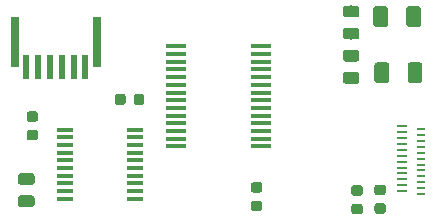
<source format=gtp>
G04 #@! TF.GenerationSoftware,KiCad,Pcbnew,(5.0.0)*
G04 #@! TF.CreationDate,2019-03-22T21:06:18+01:00*
G04 #@! TF.ProjectId,converterboard,636F6E766572746572626F6172642E6B,rev?*
G04 #@! TF.SameCoordinates,Original*
G04 #@! TF.FileFunction,Paste,Top*
G04 #@! TF.FilePolarity,Positive*
%FSLAX46Y46*%
G04 Gerber Fmt 4.6, Leading zero omitted, Abs format (unit mm)*
G04 Created by KiCad (PCBNEW (5.0.0)) date 03/22/19 21:06:18*
%MOMM*%
%LPD*%
G01*
G04 APERTURE LIST*
%ADD10R,0.800000X0.270000*%
%ADD11R,0.900000X0.270000*%
%ADD12C,0.100000*%
%ADD13C,0.875000*%
%ADD14R,1.450000X0.450000*%
%ADD15C,1.250000*%
%ADD16R,0.700000X4.200000*%
%ADD17R,0.600000X2.000000*%
%ADD18R,1.750000X0.450000*%
%ADD19C,0.975000*%
G04 APERTURE END LIST*
D10*
G04 #@! TO.C,J4*
X191650000Y-111765000D03*
X191650000Y-112765000D03*
X191650000Y-112265000D03*
X191650000Y-111265000D03*
X191650000Y-113765000D03*
X191650000Y-114775000D03*
X191650000Y-114275000D03*
X191650000Y-113265000D03*
X191650000Y-115775000D03*
X191650000Y-115275000D03*
X191650000Y-116275000D03*
X191650000Y-116775000D03*
D11*
X190050000Y-112025000D03*
X190050000Y-111025000D03*
X190050000Y-112525000D03*
X190050000Y-111525000D03*
X190050000Y-113525000D03*
X190050000Y-113025000D03*
X190050000Y-114025000D03*
X190050000Y-115025000D03*
X190050000Y-114525000D03*
X190050000Y-115525000D03*
X190050000Y-116025000D03*
X190050000Y-116525000D03*
G04 #@! TD*
D12*
G04 #@! TO.C,L2*
G36*
X188477691Y-115976053D02*
X188498926Y-115979203D01*
X188519750Y-115984419D01*
X188539962Y-115991651D01*
X188559368Y-116000830D01*
X188577781Y-116011866D01*
X188595024Y-116024654D01*
X188610930Y-116039070D01*
X188625346Y-116054976D01*
X188638134Y-116072219D01*
X188649170Y-116090632D01*
X188658349Y-116110038D01*
X188665581Y-116130250D01*
X188670797Y-116151074D01*
X188673947Y-116172309D01*
X188675000Y-116193750D01*
X188675000Y-116631250D01*
X188673947Y-116652691D01*
X188670797Y-116673926D01*
X188665581Y-116694750D01*
X188658349Y-116714962D01*
X188649170Y-116734368D01*
X188638134Y-116752781D01*
X188625346Y-116770024D01*
X188610930Y-116785930D01*
X188595024Y-116800346D01*
X188577781Y-116813134D01*
X188559368Y-116824170D01*
X188539962Y-116833349D01*
X188519750Y-116840581D01*
X188498926Y-116845797D01*
X188477691Y-116848947D01*
X188456250Y-116850000D01*
X187943750Y-116850000D01*
X187922309Y-116848947D01*
X187901074Y-116845797D01*
X187880250Y-116840581D01*
X187860038Y-116833349D01*
X187840632Y-116824170D01*
X187822219Y-116813134D01*
X187804976Y-116800346D01*
X187789070Y-116785930D01*
X187774654Y-116770024D01*
X187761866Y-116752781D01*
X187750830Y-116734368D01*
X187741651Y-116714962D01*
X187734419Y-116694750D01*
X187729203Y-116673926D01*
X187726053Y-116652691D01*
X187725000Y-116631250D01*
X187725000Y-116193750D01*
X187726053Y-116172309D01*
X187729203Y-116151074D01*
X187734419Y-116130250D01*
X187741651Y-116110038D01*
X187750830Y-116090632D01*
X187761866Y-116072219D01*
X187774654Y-116054976D01*
X187789070Y-116039070D01*
X187804976Y-116024654D01*
X187822219Y-116011866D01*
X187840632Y-116000830D01*
X187860038Y-115991651D01*
X187880250Y-115984419D01*
X187901074Y-115979203D01*
X187922309Y-115976053D01*
X187943750Y-115975000D01*
X188456250Y-115975000D01*
X188477691Y-115976053D01*
X188477691Y-115976053D01*
G37*
D13*
X188200000Y-116412500D03*
D12*
G36*
X188477691Y-117551053D02*
X188498926Y-117554203D01*
X188519750Y-117559419D01*
X188539962Y-117566651D01*
X188559368Y-117575830D01*
X188577781Y-117586866D01*
X188595024Y-117599654D01*
X188610930Y-117614070D01*
X188625346Y-117629976D01*
X188638134Y-117647219D01*
X188649170Y-117665632D01*
X188658349Y-117685038D01*
X188665581Y-117705250D01*
X188670797Y-117726074D01*
X188673947Y-117747309D01*
X188675000Y-117768750D01*
X188675000Y-118206250D01*
X188673947Y-118227691D01*
X188670797Y-118248926D01*
X188665581Y-118269750D01*
X188658349Y-118289962D01*
X188649170Y-118309368D01*
X188638134Y-118327781D01*
X188625346Y-118345024D01*
X188610930Y-118360930D01*
X188595024Y-118375346D01*
X188577781Y-118388134D01*
X188559368Y-118399170D01*
X188539962Y-118408349D01*
X188519750Y-118415581D01*
X188498926Y-118420797D01*
X188477691Y-118423947D01*
X188456250Y-118425000D01*
X187943750Y-118425000D01*
X187922309Y-118423947D01*
X187901074Y-118420797D01*
X187880250Y-118415581D01*
X187860038Y-118408349D01*
X187840632Y-118399170D01*
X187822219Y-118388134D01*
X187804976Y-118375346D01*
X187789070Y-118360930D01*
X187774654Y-118345024D01*
X187761866Y-118327781D01*
X187750830Y-118309368D01*
X187741651Y-118289962D01*
X187734419Y-118269750D01*
X187729203Y-118248926D01*
X187726053Y-118227691D01*
X187725000Y-118206250D01*
X187725000Y-117768750D01*
X187726053Y-117747309D01*
X187729203Y-117726074D01*
X187734419Y-117705250D01*
X187741651Y-117685038D01*
X187750830Y-117665632D01*
X187761866Y-117647219D01*
X187774654Y-117629976D01*
X187789070Y-117614070D01*
X187804976Y-117599654D01*
X187822219Y-117586866D01*
X187840632Y-117575830D01*
X187860038Y-117566651D01*
X187880250Y-117559419D01*
X187901074Y-117554203D01*
X187922309Y-117551053D01*
X187943750Y-117550000D01*
X188456250Y-117550000D01*
X188477691Y-117551053D01*
X188477691Y-117551053D01*
G37*
D13*
X188200000Y-117987500D03*
G04 #@! TD*
D14*
G04 #@! TO.C,U2*
X161550000Y-111325000D03*
X161550000Y-111975000D03*
X161550000Y-112625000D03*
X161550000Y-113275000D03*
X161550000Y-113925000D03*
X161550000Y-114575000D03*
X161550000Y-115225000D03*
X161550000Y-115875000D03*
X161550000Y-116525000D03*
X161550000Y-117175000D03*
X167450000Y-117175000D03*
X167450000Y-116525000D03*
X167450000Y-115875000D03*
X167450000Y-115225000D03*
X167450000Y-114575000D03*
X167450000Y-113925000D03*
X167450000Y-113275000D03*
X167450000Y-112625000D03*
X167450000Y-111975000D03*
X167450000Y-111325000D03*
G04 #@! TD*
D12*
G04 #@! TO.C,C5*
G36*
X168027691Y-108276053D02*
X168048926Y-108279203D01*
X168069750Y-108284419D01*
X168089962Y-108291651D01*
X168109368Y-108300830D01*
X168127781Y-108311866D01*
X168145024Y-108324654D01*
X168160930Y-108339070D01*
X168175346Y-108354976D01*
X168188134Y-108372219D01*
X168199170Y-108390632D01*
X168208349Y-108410038D01*
X168215581Y-108430250D01*
X168220797Y-108451074D01*
X168223947Y-108472309D01*
X168225000Y-108493750D01*
X168225000Y-109006250D01*
X168223947Y-109027691D01*
X168220797Y-109048926D01*
X168215581Y-109069750D01*
X168208349Y-109089962D01*
X168199170Y-109109368D01*
X168188134Y-109127781D01*
X168175346Y-109145024D01*
X168160930Y-109160930D01*
X168145024Y-109175346D01*
X168127781Y-109188134D01*
X168109368Y-109199170D01*
X168089962Y-109208349D01*
X168069750Y-109215581D01*
X168048926Y-109220797D01*
X168027691Y-109223947D01*
X168006250Y-109225000D01*
X167568750Y-109225000D01*
X167547309Y-109223947D01*
X167526074Y-109220797D01*
X167505250Y-109215581D01*
X167485038Y-109208349D01*
X167465632Y-109199170D01*
X167447219Y-109188134D01*
X167429976Y-109175346D01*
X167414070Y-109160930D01*
X167399654Y-109145024D01*
X167386866Y-109127781D01*
X167375830Y-109109368D01*
X167366651Y-109089962D01*
X167359419Y-109069750D01*
X167354203Y-109048926D01*
X167351053Y-109027691D01*
X167350000Y-109006250D01*
X167350000Y-108493750D01*
X167351053Y-108472309D01*
X167354203Y-108451074D01*
X167359419Y-108430250D01*
X167366651Y-108410038D01*
X167375830Y-108390632D01*
X167386866Y-108372219D01*
X167399654Y-108354976D01*
X167414070Y-108339070D01*
X167429976Y-108324654D01*
X167447219Y-108311866D01*
X167465632Y-108300830D01*
X167485038Y-108291651D01*
X167505250Y-108284419D01*
X167526074Y-108279203D01*
X167547309Y-108276053D01*
X167568750Y-108275000D01*
X168006250Y-108275000D01*
X168027691Y-108276053D01*
X168027691Y-108276053D01*
G37*
D13*
X167787500Y-108750000D03*
D12*
G36*
X166452691Y-108276053D02*
X166473926Y-108279203D01*
X166494750Y-108284419D01*
X166514962Y-108291651D01*
X166534368Y-108300830D01*
X166552781Y-108311866D01*
X166570024Y-108324654D01*
X166585930Y-108339070D01*
X166600346Y-108354976D01*
X166613134Y-108372219D01*
X166624170Y-108390632D01*
X166633349Y-108410038D01*
X166640581Y-108430250D01*
X166645797Y-108451074D01*
X166648947Y-108472309D01*
X166650000Y-108493750D01*
X166650000Y-109006250D01*
X166648947Y-109027691D01*
X166645797Y-109048926D01*
X166640581Y-109069750D01*
X166633349Y-109089962D01*
X166624170Y-109109368D01*
X166613134Y-109127781D01*
X166600346Y-109145024D01*
X166585930Y-109160930D01*
X166570024Y-109175346D01*
X166552781Y-109188134D01*
X166534368Y-109199170D01*
X166514962Y-109208349D01*
X166494750Y-109215581D01*
X166473926Y-109220797D01*
X166452691Y-109223947D01*
X166431250Y-109225000D01*
X165993750Y-109225000D01*
X165972309Y-109223947D01*
X165951074Y-109220797D01*
X165930250Y-109215581D01*
X165910038Y-109208349D01*
X165890632Y-109199170D01*
X165872219Y-109188134D01*
X165854976Y-109175346D01*
X165839070Y-109160930D01*
X165824654Y-109145024D01*
X165811866Y-109127781D01*
X165800830Y-109109368D01*
X165791651Y-109089962D01*
X165784419Y-109069750D01*
X165779203Y-109048926D01*
X165776053Y-109027691D01*
X165775000Y-109006250D01*
X165775000Y-108493750D01*
X165776053Y-108472309D01*
X165779203Y-108451074D01*
X165784419Y-108430250D01*
X165791651Y-108410038D01*
X165800830Y-108390632D01*
X165811866Y-108372219D01*
X165824654Y-108354976D01*
X165839070Y-108339070D01*
X165854976Y-108324654D01*
X165872219Y-108311866D01*
X165890632Y-108300830D01*
X165910038Y-108291651D01*
X165930250Y-108284419D01*
X165951074Y-108279203D01*
X165972309Y-108276053D01*
X165993750Y-108275000D01*
X166431250Y-108275000D01*
X166452691Y-108276053D01*
X166452691Y-108276053D01*
G37*
D13*
X166212500Y-108750000D03*
G04 #@! TD*
D12*
G04 #@! TO.C,C4*
G36*
X159027691Y-109776053D02*
X159048926Y-109779203D01*
X159069750Y-109784419D01*
X159089962Y-109791651D01*
X159109368Y-109800830D01*
X159127781Y-109811866D01*
X159145024Y-109824654D01*
X159160930Y-109839070D01*
X159175346Y-109854976D01*
X159188134Y-109872219D01*
X159199170Y-109890632D01*
X159208349Y-109910038D01*
X159215581Y-109930250D01*
X159220797Y-109951074D01*
X159223947Y-109972309D01*
X159225000Y-109993750D01*
X159225000Y-110431250D01*
X159223947Y-110452691D01*
X159220797Y-110473926D01*
X159215581Y-110494750D01*
X159208349Y-110514962D01*
X159199170Y-110534368D01*
X159188134Y-110552781D01*
X159175346Y-110570024D01*
X159160930Y-110585930D01*
X159145024Y-110600346D01*
X159127781Y-110613134D01*
X159109368Y-110624170D01*
X159089962Y-110633349D01*
X159069750Y-110640581D01*
X159048926Y-110645797D01*
X159027691Y-110648947D01*
X159006250Y-110650000D01*
X158493750Y-110650000D01*
X158472309Y-110648947D01*
X158451074Y-110645797D01*
X158430250Y-110640581D01*
X158410038Y-110633349D01*
X158390632Y-110624170D01*
X158372219Y-110613134D01*
X158354976Y-110600346D01*
X158339070Y-110585930D01*
X158324654Y-110570024D01*
X158311866Y-110552781D01*
X158300830Y-110534368D01*
X158291651Y-110514962D01*
X158284419Y-110494750D01*
X158279203Y-110473926D01*
X158276053Y-110452691D01*
X158275000Y-110431250D01*
X158275000Y-109993750D01*
X158276053Y-109972309D01*
X158279203Y-109951074D01*
X158284419Y-109930250D01*
X158291651Y-109910038D01*
X158300830Y-109890632D01*
X158311866Y-109872219D01*
X158324654Y-109854976D01*
X158339070Y-109839070D01*
X158354976Y-109824654D01*
X158372219Y-109811866D01*
X158390632Y-109800830D01*
X158410038Y-109791651D01*
X158430250Y-109784419D01*
X158451074Y-109779203D01*
X158472309Y-109776053D01*
X158493750Y-109775000D01*
X159006250Y-109775000D01*
X159027691Y-109776053D01*
X159027691Y-109776053D01*
G37*
D13*
X158750000Y-110212500D03*
D12*
G36*
X159027691Y-111351053D02*
X159048926Y-111354203D01*
X159069750Y-111359419D01*
X159089962Y-111366651D01*
X159109368Y-111375830D01*
X159127781Y-111386866D01*
X159145024Y-111399654D01*
X159160930Y-111414070D01*
X159175346Y-111429976D01*
X159188134Y-111447219D01*
X159199170Y-111465632D01*
X159208349Y-111485038D01*
X159215581Y-111505250D01*
X159220797Y-111526074D01*
X159223947Y-111547309D01*
X159225000Y-111568750D01*
X159225000Y-112006250D01*
X159223947Y-112027691D01*
X159220797Y-112048926D01*
X159215581Y-112069750D01*
X159208349Y-112089962D01*
X159199170Y-112109368D01*
X159188134Y-112127781D01*
X159175346Y-112145024D01*
X159160930Y-112160930D01*
X159145024Y-112175346D01*
X159127781Y-112188134D01*
X159109368Y-112199170D01*
X159089962Y-112208349D01*
X159069750Y-112215581D01*
X159048926Y-112220797D01*
X159027691Y-112223947D01*
X159006250Y-112225000D01*
X158493750Y-112225000D01*
X158472309Y-112223947D01*
X158451074Y-112220797D01*
X158430250Y-112215581D01*
X158410038Y-112208349D01*
X158390632Y-112199170D01*
X158372219Y-112188134D01*
X158354976Y-112175346D01*
X158339070Y-112160930D01*
X158324654Y-112145024D01*
X158311866Y-112127781D01*
X158300830Y-112109368D01*
X158291651Y-112089962D01*
X158284419Y-112069750D01*
X158279203Y-112048926D01*
X158276053Y-112027691D01*
X158275000Y-112006250D01*
X158275000Y-111568750D01*
X158276053Y-111547309D01*
X158279203Y-111526074D01*
X158284419Y-111505250D01*
X158291651Y-111485038D01*
X158300830Y-111465632D01*
X158311866Y-111447219D01*
X158324654Y-111429976D01*
X158339070Y-111414070D01*
X158354976Y-111399654D01*
X158372219Y-111386866D01*
X158390632Y-111375830D01*
X158410038Y-111366651D01*
X158430250Y-111359419D01*
X158451074Y-111354203D01*
X158472309Y-111351053D01*
X158493750Y-111350000D01*
X159006250Y-111350000D01*
X159027691Y-111351053D01*
X159027691Y-111351053D01*
G37*
D13*
X158750000Y-111787500D03*
G04 #@! TD*
D12*
G04 #@! TO.C,C3*
G36*
X178027691Y-117351053D02*
X178048926Y-117354203D01*
X178069750Y-117359419D01*
X178089962Y-117366651D01*
X178109368Y-117375830D01*
X178127781Y-117386866D01*
X178145024Y-117399654D01*
X178160930Y-117414070D01*
X178175346Y-117429976D01*
X178188134Y-117447219D01*
X178199170Y-117465632D01*
X178208349Y-117485038D01*
X178215581Y-117505250D01*
X178220797Y-117526074D01*
X178223947Y-117547309D01*
X178225000Y-117568750D01*
X178225000Y-118006250D01*
X178223947Y-118027691D01*
X178220797Y-118048926D01*
X178215581Y-118069750D01*
X178208349Y-118089962D01*
X178199170Y-118109368D01*
X178188134Y-118127781D01*
X178175346Y-118145024D01*
X178160930Y-118160930D01*
X178145024Y-118175346D01*
X178127781Y-118188134D01*
X178109368Y-118199170D01*
X178089962Y-118208349D01*
X178069750Y-118215581D01*
X178048926Y-118220797D01*
X178027691Y-118223947D01*
X178006250Y-118225000D01*
X177493750Y-118225000D01*
X177472309Y-118223947D01*
X177451074Y-118220797D01*
X177430250Y-118215581D01*
X177410038Y-118208349D01*
X177390632Y-118199170D01*
X177372219Y-118188134D01*
X177354976Y-118175346D01*
X177339070Y-118160930D01*
X177324654Y-118145024D01*
X177311866Y-118127781D01*
X177300830Y-118109368D01*
X177291651Y-118089962D01*
X177284419Y-118069750D01*
X177279203Y-118048926D01*
X177276053Y-118027691D01*
X177275000Y-118006250D01*
X177275000Y-117568750D01*
X177276053Y-117547309D01*
X177279203Y-117526074D01*
X177284419Y-117505250D01*
X177291651Y-117485038D01*
X177300830Y-117465632D01*
X177311866Y-117447219D01*
X177324654Y-117429976D01*
X177339070Y-117414070D01*
X177354976Y-117399654D01*
X177372219Y-117386866D01*
X177390632Y-117375830D01*
X177410038Y-117366651D01*
X177430250Y-117359419D01*
X177451074Y-117354203D01*
X177472309Y-117351053D01*
X177493750Y-117350000D01*
X178006250Y-117350000D01*
X178027691Y-117351053D01*
X178027691Y-117351053D01*
G37*
D13*
X177750000Y-117787500D03*
D12*
G36*
X178027691Y-115776053D02*
X178048926Y-115779203D01*
X178069750Y-115784419D01*
X178089962Y-115791651D01*
X178109368Y-115800830D01*
X178127781Y-115811866D01*
X178145024Y-115824654D01*
X178160930Y-115839070D01*
X178175346Y-115854976D01*
X178188134Y-115872219D01*
X178199170Y-115890632D01*
X178208349Y-115910038D01*
X178215581Y-115930250D01*
X178220797Y-115951074D01*
X178223947Y-115972309D01*
X178225000Y-115993750D01*
X178225000Y-116431250D01*
X178223947Y-116452691D01*
X178220797Y-116473926D01*
X178215581Y-116494750D01*
X178208349Y-116514962D01*
X178199170Y-116534368D01*
X178188134Y-116552781D01*
X178175346Y-116570024D01*
X178160930Y-116585930D01*
X178145024Y-116600346D01*
X178127781Y-116613134D01*
X178109368Y-116624170D01*
X178089962Y-116633349D01*
X178069750Y-116640581D01*
X178048926Y-116645797D01*
X178027691Y-116648947D01*
X178006250Y-116650000D01*
X177493750Y-116650000D01*
X177472309Y-116648947D01*
X177451074Y-116645797D01*
X177430250Y-116640581D01*
X177410038Y-116633349D01*
X177390632Y-116624170D01*
X177372219Y-116613134D01*
X177354976Y-116600346D01*
X177339070Y-116585930D01*
X177324654Y-116570024D01*
X177311866Y-116552781D01*
X177300830Y-116534368D01*
X177291651Y-116514962D01*
X177284419Y-116494750D01*
X177279203Y-116473926D01*
X177276053Y-116452691D01*
X177275000Y-116431250D01*
X177275000Y-115993750D01*
X177276053Y-115972309D01*
X177279203Y-115951074D01*
X177284419Y-115930250D01*
X177291651Y-115910038D01*
X177300830Y-115890632D01*
X177311866Y-115872219D01*
X177324654Y-115854976D01*
X177339070Y-115839070D01*
X177354976Y-115824654D01*
X177372219Y-115811866D01*
X177390632Y-115800830D01*
X177410038Y-115791651D01*
X177430250Y-115784419D01*
X177451074Y-115779203D01*
X177472309Y-115776053D01*
X177493750Y-115775000D01*
X178006250Y-115775000D01*
X178027691Y-115776053D01*
X178027691Y-115776053D01*
G37*
D13*
X177750000Y-116212500D03*
G04 #@! TD*
D12*
G04 #@! TO.C,C1*
G36*
X186527691Y-116026053D02*
X186548926Y-116029203D01*
X186569750Y-116034419D01*
X186589962Y-116041651D01*
X186609368Y-116050830D01*
X186627781Y-116061866D01*
X186645024Y-116074654D01*
X186660930Y-116089070D01*
X186675346Y-116104976D01*
X186688134Y-116122219D01*
X186699170Y-116140632D01*
X186708349Y-116160038D01*
X186715581Y-116180250D01*
X186720797Y-116201074D01*
X186723947Y-116222309D01*
X186725000Y-116243750D01*
X186725000Y-116681250D01*
X186723947Y-116702691D01*
X186720797Y-116723926D01*
X186715581Y-116744750D01*
X186708349Y-116764962D01*
X186699170Y-116784368D01*
X186688134Y-116802781D01*
X186675346Y-116820024D01*
X186660930Y-116835930D01*
X186645024Y-116850346D01*
X186627781Y-116863134D01*
X186609368Y-116874170D01*
X186589962Y-116883349D01*
X186569750Y-116890581D01*
X186548926Y-116895797D01*
X186527691Y-116898947D01*
X186506250Y-116900000D01*
X185993750Y-116900000D01*
X185972309Y-116898947D01*
X185951074Y-116895797D01*
X185930250Y-116890581D01*
X185910038Y-116883349D01*
X185890632Y-116874170D01*
X185872219Y-116863134D01*
X185854976Y-116850346D01*
X185839070Y-116835930D01*
X185824654Y-116820024D01*
X185811866Y-116802781D01*
X185800830Y-116784368D01*
X185791651Y-116764962D01*
X185784419Y-116744750D01*
X185779203Y-116723926D01*
X185776053Y-116702691D01*
X185775000Y-116681250D01*
X185775000Y-116243750D01*
X185776053Y-116222309D01*
X185779203Y-116201074D01*
X185784419Y-116180250D01*
X185791651Y-116160038D01*
X185800830Y-116140632D01*
X185811866Y-116122219D01*
X185824654Y-116104976D01*
X185839070Y-116089070D01*
X185854976Y-116074654D01*
X185872219Y-116061866D01*
X185890632Y-116050830D01*
X185910038Y-116041651D01*
X185930250Y-116034419D01*
X185951074Y-116029203D01*
X185972309Y-116026053D01*
X185993750Y-116025000D01*
X186506250Y-116025000D01*
X186527691Y-116026053D01*
X186527691Y-116026053D01*
G37*
D13*
X186250000Y-116462500D03*
D12*
G36*
X186527691Y-117601053D02*
X186548926Y-117604203D01*
X186569750Y-117609419D01*
X186589962Y-117616651D01*
X186609368Y-117625830D01*
X186627781Y-117636866D01*
X186645024Y-117649654D01*
X186660930Y-117664070D01*
X186675346Y-117679976D01*
X186688134Y-117697219D01*
X186699170Y-117715632D01*
X186708349Y-117735038D01*
X186715581Y-117755250D01*
X186720797Y-117776074D01*
X186723947Y-117797309D01*
X186725000Y-117818750D01*
X186725000Y-118256250D01*
X186723947Y-118277691D01*
X186720797Y-118298926D01*
X186715581Y-118319750D01*
X186708349Y-118339962D01*
X186699170Y-118359368D01*
X186688134Y-118377781D01*
X186675346Y-118395024D01*
X186660930Y-118410930D01*
X186645024Y-118425346D01*
X186627781Y-118438134D01*
X186609368Y-118449170D01*
X186589962Y-118458349D01*
X186569750Y-118465581D01*
X186548926Y-118470797D01*
X186527691Y-118473947D01*
X186506250Y-118475000D01*
X185993750Y-118475000D01*
X185972309Y-118473947D01*
X185951074Y-118470797D01*
X185930250Y-118465581D01*
X185910038Y-118458349D01*
X185890632Y-118449170D01*
X185872219Y-118438134D01*
X185854976Y-118425346D01*
X185839070Y-118410930D01*
X185824654Y-118395024D01*
X185811866Y-118377781D01*
X185800830Y-118359368D01*
X185791651Y-118339962D01*
X185784419Y-118319750D01*
X185779203Y-118298926D01*
X185776053Y-118277691D01*
X185775000Y-118256250D01*
X185775000Y-117818750D01*
X185776053Y-117797309D01*
X185779203Y-117776074D01*
X185784419Y-117755250D01*
X185791651Y-117735038D01*
X185800830Y-117715632D01*
X185811866Y-117697219D01*
X185824654Y-117679976D01*
X185839070Y-117664070D01*
X185854976Y-117649654D01*
X185872219Y-117636866D01*
X185890632Y-117625830D01*
X185910038Y-117616651D01*
X185930250Y-117609419D01*
X185951074Y-117604203D01*
X185972309Y-117601053D01*
X185993750Y-117600000D01*
X186506250Y-117600000D01*
X186527691Y-117601053D01*
X186527691Y-117601053D01*
G37*
D13*
X186250000Y-118037500D03*
G04 #@! TD*
D12*
G04 #@! TO.C,D2*
G36*
X188749504Y-105626204D02*
X188773773Y-105629804D01*
X188797571Y-105635765D01*
X188820671Y-105644030D01*
X188842849Y-105654520D01*
X188863893Y-105667133D01*
X188883598Y-105681747D01*
X188901777Y-105698223D01*
X188918253Y-105716402D01*
X188932867Y-105736107D01*
X188945480Y-105757151D01*
X188955970Y-105779329D01*
X188964235Y-105802429D01*
X188970196Y-105826227D01*
X188973796Y-105850496D01*
X188975000Y-105875000D01*
X188975000Y-107125000D01*
X188973796Y-107149504D01*
X188970196Y-107173773D01*
X188964235Y-107197571D01*
X188955970Y-107220671D01*
X188945480Y-107242849D01*
X188932867Y-107263893D01*
X188918253Y-107283598D01*
X188901777Y-107301777D01*
X188883598Y-107318253D01*
X188863893Y-107332867D01*
X188842849Y-107345480D01*
X188820671Y-107355970D01*
X188797571Y-107364235D01*
X188773773Y-107370196D01*
X188749504Y-107373796D01*
X188725000Y-107375000D01*
X187975000Y-107375000D01*
X187950496Y-107373796D01*
X187926227Y-107370196D01*
X187902429Y-107364235D01*
X187879329Y-107355970D01*
X187857151Y-107345480D01*
X187836107Y-107332867D01*
X187816402Y-107318253D01*
X187798223Y-107301777D01*
X187781747Y-107283598D01*
X187767133Y-107263893D01*
X187754520Y-107242849D01*
X187744030Y-107220671D01*
X187735765Y-107197571D01*
X187729804Y-107173773D01*
X187726204Y-107149504D01*
X187725000Y-107125000D01*
X187725000Y-105875000D01*
X187726204Y-105850496D01*
X187729804Y-105826227D01*
X187735765Y-105802429D01*
X187744030Y-105779329D01*
X187754520Y-105757151D01*
X187767133Y-105736107D01*
X187781747Y-105716402D01*
X187798223Y-105698223D01*
X187816402Y-105681747D01*
X187836107Y-105667133D01*
X187857151Y-105654520D01*
X187879329Y-105644030D01*
X187902429Y-105635765D01*
X187926227Y-105629804D01*
X187950496Y-105626204D01*
X187975000Y-105625000D01*
X188725000Y-105625000D01*
X188749504Y-105626204D01*
X188749504Y-105626204D01*
G37*
D15*
X188350000Y-106500000D03*
D12*
G36*
X191549504Y-105626204D02*
X191573773Y-105629804D01*
X191597571Y-105635765D01*
X191620671Y-105644030D01*
X191642849Y-105654520D01*
X191663893Y-105667133D01*
X191683598Y-105681747D01*
X191701777Y-105698223D01*
X191718253Y-105716402D01*
X191732867Y-105736107D01*
X191745480Y-105757151D01*
X191755970Y-105779329D01*
X191764235Y-105802429D01*
X191770196Y-105826227D01*
X191773796Y-105850496D01*
X191775000Y-105875000D01*
X191775000Y-107125000D01*
X191773796Y-107149504D01*
X191770196Y-107173773D01*
X191764235Y-107197571D01*
X191755970Y-107220671D01*
X191745480Y-107242849D01*
X191732867Y-107263893D01*
X191718253Y-107283598D01*
X191701777Y-107301777D01*
X191683598Y-107318253D01*
X191663893Y-107332867D01*
X191642849Y-107345480D01*
X191620671Y-107355970D01*
X191597571Y-107364235D01*
X191573773Y-107370196D01*
X191549504Y-107373796D01*
X191525000Y-107375000D01*
X190775000Y-107375000D01*
X190750496Y-107373796D01*
X190726227Y-107370196D01*
X190702429Y-107364235D01*
X190679329Y-107355970D01*
X190657151Y-107345480D01*
X190636107Y-107332867D01*
X190616402Y-107318253D01*
X190598223Y-107301777D01*
X190581747Y-107283598D01*
X190567133Y-107263893D01*
X190554520Y-107242849D01*
X190544030Y-107220671D01*
X190535765Y-107197571D01*
X190529804Y-107173773D01*
X190526204Y-107149504D01*
X190525000Y-107125000D01*
X190525000Y-105875000D01*
X190526204Y-105850496D01*
X190529804Y-105826227D01*
X190535765Y-105802429D01*
X190544030Y-105779329D01*
X190554520Y-105757151D01*
X190567133Y-105736107D01*
X190581747Y-105716402D01*
X190598223Y-105698223D01*
X190616402Y-105681747D01*
X190636107Y-105667133D01*
X190657151Y-105654520D01*
X190679329Y-105644030D01*
X190702429Y-105635765D01*
X190726227Y-105629804D01*
X190750496Y-105626204D01*
X190775000Y-105625000D01*
X191525000Y-105625000D01*
X191549504Y-105626204D01*
X191549504Y-105626204D01*
G37*
D15*
X191150000Y-106500000D03*
G04 #@! TD*
D12*
G04 #@! TO.C,D1*
G36*
X191449504Y-100876204D02*
X191473773Y-100879804D01*
X191497571Y-100885765D01*
X191520671Y-100894030D01*
X191542849Y-100904520D01*
X191563893Y-100917133D01*
X191583598Y-100931747D01*
X191601777Y-100948223D01*
X191618253Y-100966402D01*
X191632867Y-100986107D01*
X191645480Y-101007151D01*
X191655970Y-101029329D01*
X191664235Y-101052429D01*
X191670196Y-101076227D01*
X191673796Y-101100496D01*
X191675000Y-101125000D01*
X191675000Y-102375000D01*
X191673796Y-102399504D01*
X191670196Y-102423773D01*
X191664235Y-102447571D01*
X191655970Y-102470671D01*
X191645480Y-102492849D01*
X191632867Y-102513893D01*
X191618253Y-102533598D01*
X191601777Y-102551777D01*
X191583598Y-102568253D01*
X191563893Y-102582867D01*
X191542849Y-102595480D01*
X191520671Y-102605970D01*
X191497571Y-102614235D01*
X191473773Y-102620196D01*
X191449504Y-102623796D01*
X191425000Y-102625000D01*
X190675000Y-102625000D01*
X190650496Y-102623796D01*
X190626227Y-102620196D01*
X190602429Y-102614235D01*
X190579329Y-102605970D01*
X190557151Y-102595480D01*
X190536107Y-102582867D01*
X190516402Y-102568253D01*
X190498223Y-102551777D01*
X190481747Y-102533598D01*
X190467133Y-102513893D01*
X190454520Y-102492849D01*
X190444030Y-102470671D01*
X190435765Y-102447571D01*
X190429804Y-102423773D01*
X190426204Y-102399504D01*
X190425000Y-102375000D01*
X190425000Y-101125000D01*
X190426204Y-101100496D01*
X190429804Y-101076227D01*
X190435765Y-101052429D01*
X190444030Y-101029329D01*
X190454520Y-101007151D01*
X190467133Y-100986107D01*
X190481747Y-100966402D01*
X190498223Y-100948223D01*
X190516402Y-100931747D01*
X190536107Y-100917133D01*
X190557151Y-100904520D01*
X190579329Y-100894030D01*
X190602429Y-100885765D01*
X190626227Y-100879804D01*
X190650496Y-100876204D01*
X190675000Y-100875000D01*
X191425000Y-100875000D01*
X191449504Y-100876204D01*
X191449504Y-100876204D01*
G37*
D15*
X191050000Y-101750000D03*
D12*
G36*
X188649504Y-100876204D02*
X188673773Y-100879804D01*
X188697571Y-100885765D01*
X188720671Y-100894030D01*
X188742849Y-100904520D01*
X188763893Y-100917133D01*
X188783598Y-100931747D01*
X188801777Y-100948223D01*
X188818253Y-100966402D01*
X188832867Y-100986107D01*
X188845480Y-101007151D01*
X188855970Y-101029329D01*
X188864235Y-101052429D01*
X188870196Y-101076227D01*
X188873796Y-101100496D01*
X188875000Y-101125000D01*
X188875000Y-102375000D01*
X188873796Y-102399504D01*
X188870196Y-102423773D01*
X188864235Y-102447571D01*
X188855970Y-102470671D01*
X188845480Y-102492849D01*
X188832867Y-102513893D01*
X188818253Y-102533598D01*
X188801777Y-102551777D01*
X188783598Y-102568253D01*
X188763893Y-102582867D01*
X188742849Y-102595480D01*
X188720671Y-102605970D01*
X188697571Y-102614235D01*
X188673773Y-102620196D01*
X188649504Y-102623796D01*
X188625000Y-102625000D01*
X187875000Y-102625000D01*
X187850496Y-102623796D01*
X187826227Y-102620196D01*
X187802429Y-102614235D01*
X187779329Y-102605970D01*
X187757151Y-102595480D01*
X187736107Y-102582867D01*
X187716402Y-102568253D01*
X187698223Y-102551777D01*
X187681747Y-102533598D01*
X187667133Y-102513893D01*
X187654520Y-102492849D01*
X187644030Y-102470671D01*
X187635765Y-102447571D01*
X187629804Y-102423773D01*
X187626204Y-102399504D01*
X187625000Y-102375000D01*
X187625000Y-101125000D01*
X187626204Y-101100496D01*
X187629804Y-101076227D01*
X187635765Y-101052429D01*
X187644030Y-101029329D01*
X187654520Y-101007151D01*
X187667133Y-100986107D01*
X187681747Y-100966402D01*
X187698223Y-100948223D01*
X187716402Y-100931747D01*
X187736107Y-100917133D01*
X187757151Y-100904520D01*
X187779329Y-100894030D01*
X187802429Y-100885765D01*
X187826227Y-100879804D01*
X187850496Y-100876204D01*
X187875000Y-100875000D01*
X188625000Y-100875000D01*
X188649504Y-100876204D01*
X188649504Y-100876204D01*
G37*
D15*
X188250000Y-101750000D03*
G04 #@! TD*
D16*
G04 #@! TO.C,CON1*
X157250000Y-103900000D03*
D17*
X158250000Y-106000000D03*
X159250000Y-106000000D03*
X160250000Y-106000000D03*
X161250000Y-106000000D03*
X162250000Y-106000000D03*
X163250000Y-106000000D03*
D16*
X164250000Y-103900000D03*
G04 #@! TD*
D18*
G04 #@! TO.C,U1*
X170900000Y-104275000D03*
X170900000Y-104925000D03*
X170900000Y-105575000D03*
X170900000Y-106225000D03*
X170900000Y-106875000D03*
X170900000Y-107525000D03*
X170900000Y-108175000D03*
X170900000Y-108825000D03*
X170900000Y-109475000D03*
X170900000Y-110125000D03*
X170900000Y-110775000D03*
X170900000Y-111425000D03*
X170900000Y-112075000D03*
X170900000Y-112725000D03*
X178100000Y-112725000D03*
X178100000Y-112075000D03*
X178100000Y-111425000D03*
X178100000Y-110775000D03*
X178100000Y-110125000D03*
X178100000Y-109475000D03*
X178100000Y-108825000D03*
X178100000Y-108175000D03*
X178100000Y-107525000D03*
X178100000Y-106875000D03*
X178100000Y-106225000D03*
X178100000Y-105575000D03*
X178100000Y-104925000D03*
X178100000Y-104275000D03*
G04 #@! TD*
D12*
G04 #@! TO.C,R3*
G36*
X186230142Y-104576174D02*
X186253803Y-104579684D01*
X186277007Y-104585496D01*
X186299529Y-104593554D01*
X186321153Y-104603782D01*
X186341670Y-104616079D01*
X186360883Y-104630329D01*
X186378607Y-104646393D01*
X186394671Y-104664117D01*
X186408921Y-104683330D01*
X186421218Y-104703847D01*
X186431446Y-104725471D01*
X186439504Y-104747993D01*
X186445316Y-104771197D01*
X186448826Y-104794858D01*
X186450000Y-104818750D01*
X186450000Y-105306250D01*
X186448826Y-105330142D01*
X186445316Y-105353803D01*
X186439504Y-105377007D01*
X186431446Y-105399529D01*
X186421218Y-105421153D01*
X186408921Y-105441670D01*
X186394671Y-105460883D01*
X186378607Y-105478607D01*
X186360883Y-105494671D01*
X186341670Y-105508921D01*
X186321153Y-105521218D01*
X186299529Y-105531446D01*
X186277007Y-105539504D01*
X186253803Y-105545316D01*
X186230142Y-105548826D01*
X186206250Y-105550000D01*
X185293750Y-105550000D01*
X185269858Y-105548826D01*
X185246197Y-105545316D01*
X185222993Y-105539504D01*
X185200471Y-105531446D01*
X185178847Y-105521218D01*
X185158330Y-105508921D01*
X185139117Y-105494671D01*
X185121393Y-105478607D01*
X185105329Y-105460883D01*
X185091079Y-105441670D01*
X185078782Y-105421153D01*
X185068554Y-105399529D01*
X185060496Y-105377007D01*
X185054684Y-105353803D01*
X185051174Y-105330142D01*
X185050000Y-105306250D01*
X185050000Y-104818750D01*
X185051174Y-104794858D01*
X185054684Y-104771197D01*
X185060496Y-104747993D01*
X185068554Y-104725471D01*
X185078782Y-104703847D01*
X185091079Y-104683330D01*
X185105329Y-104664117D01*
X185121393Y-104646393D01*
X185139117Y-104630329D01*
X185158330Y-104616079D01*
X185178847Y-104603782D01*
X185200471Y-104593554D01*
X185222993Y-104585496D01*
X185246197Y-104579684D01*
X185269858Y-104576174D01*
X185293750Y-104575000D01*
X186206250Y-104575000D01*
X186230142Y-104576174D01*
X186230142Y-104576174D01*
G37*
D19*
X185750000Y-105062500D03*
D12*
G36*
X186230142Y-106451174D02*
X186253803Y-106454684D01*
X186277007Y-106460496D01*
X186299529Y-106468554D01*
X186321153Y-106478782D01*
X186341670Y-106491079D01*
X186360883Y-106505329D01*
X186378607Y-106521393D01*
X186394671Y-106539117D01*
X186408921Y-106558330D01*
X186421218Y-106578847D01*
X186431446Y-106600471D01*
X186439504Y-106622993D01*
X186445316Y-106646197D01*
X186448826Y-106669858D01*
X186450000Y-106693750D01*
X186450000Y-107181250D01*
X186448826Y-107205142D01*
X186445316Y-107228803D01*
X186439504Y-107252007D01*
X186431446Y-107274529D01*
X186421218Y-107296153D01*
X186408921Y-107316670D01*
X186394671Y-107335883D01*
X186378607Y-107353607D01*
X186360883Y-107369671D01*
X186341670Y-107383921D01*
X186321153Y-107396218D01*
X186299529Y-107406446D01*
X186277007Y-107414504D01*
X186253803Y-107420316D01*
X186230142Y-107423826D01*
X186206250Y-107425000D01*
X185293750Y-107425000D01*
X185269858Y-107423826D01*
X185246197Y-107420316D01*
X185222993Y-107414504D01*
X185200471Y-107406446D01*
X185178847Y-107396218D01*
X185158330Y-107383921D01*
X185139117Y-107369671D01*
X185121393Y-107353607D01*
X185105329Y-107335883D01*
X185091079Y-107316670D01*
X185078782Y-107296153D01*
X185068554Y-107274529D01*
X185060496Y-107252007D01*
X185054684Y-107228803D01*
X185051174Y-107205142D01*
X185050000Y-107181250D01*
X185050000Y-106693750D01*
X185051174Y-106669858D01*
X185054684Y-106646197D01*
X185060496Y-106622993D01*
X185068554Y-106600471D01*
X185078782Y-106578847D01*
X185091079Y-106558330D01*
X185105329Y-106539117D01*
X185121393Y-106521393D01*
X185139117Y-106505329D01*
X185158330Y-106491079D01*
X185178847Y-106478782D01*
X185200471Y-106468554D01*
X185222993Y-106460496D01*
X185246197Y-106454684D01*
X185269858Y-106451174D01*
X185293750Y-106450000D01*
X186206250Y-106450000D01*
X186230142Y-106451174D01*
X186230142Y-106451174D01*
G37*
D19*
X185750000Y-106937500D03*
G04 #@! TD*
D12*
G04 #@! TO.C,R2*
G36*
X186230142Y-100826174D02*
X186253803Y-100829684D01*
X186277007Y-100835496D01*
X186299529Y-100843554D01*
X186321153Y-100853782D01*
X186341670Y-100866079D01*
X186360883Y-100880329D01*
X186378607Y-100896393D01*
X186394671Y-100914117D01*
X186408921Y-100933330D01*
X186421218Y-100953847D01*
X186431446Y-100975471D01*
X186439504Y-100997993D01*
X186445316Y-101021197D01*
X186448826Y-101044858D01*
X186450000Y-101068750D01*
X186450000Y-101556250D01*
X186448826Y-101580142D01*
X186445316Y-101603803D01*
X186439504Y-101627007D01*
X186431446Y-101649529D01*
X186421218Y-101671153D01*
X186408921Y-101691670D01*
X186394671Y-101710883D01*
X186378607Y-101728607D01*
X186360883Y-101744671D01*
X186341670Y-101758921D01*
X186321153Y-101771218D01*
X186299529Y-101781446D01*
X186277007Y-101789504D01*
X186253803Y-101795316D01*
X186230142Y-101798826D01*
X186206250Y-101800000D01*
X185293750Y-101800000D01*
X185269858Y-101798826D01*
X185246197Y-101795316D01*
X185222993Y-101789504D01*
X185200471Y-101781446D01*
X185178847Y-101771218D01*
X185158330Y-101758921D01*
X185139117Y-101744671D01*
X185121393Y-101728607D01*
X185105329Y-101710883D01*
X185091079Y-101691670D01*
X185078782Y-101671153D01*
X185068554Y-101649529D01*
X185060496Y-101627007D01*
X185054684Y-101603803D01*
X185051174Y-101580142D01*
X185050000Y-101556250D01*
X185050000Y-101068750D01*
X185051174Y-101044858D01*
X185054684Y-101021197D01*
X185060496Y-100997993D01*
X185068554Y-100975471D01*
X185078782Y-100953847D01*
X185091079Y-100933330D01*
X185105329Y-100914117D01*
X185121393Y-100896393D01*
X185139117Y-100880329D01*
X185158330Y-100866079D01*
X185178847Y-100853782D01*
X185200471Y-100843554D01*
X185222993Y-100835496D01*
X185246197Y-100829684D01*
X185269858Y-100826174D01*
X185293750Y-100825000D01*
X186206250Y-100825000D01*
X186230142Y-100826174D01*
X186230142Y-100826174D01*
G37*
D19*
X185750000Y-101312500D03*
D12*
G36*
X186230142Y-102701174D02*
X186253803Y-102704684D01*
X186277007Y-102710496D01*
X186299529Y-102718554D01*
X186321153Y-102728782D01*
X186341670Y-102741079D01*
X186360883Y-102755329D01*
X186378607Y-102771393D01*
X186394671Y-102789117D01*
X186408921Y-102808330D01*
X186421218Y-102828847D01*
X186431446Y-102850471D01*
X186439504Y-102872993D01*
X186445316Y-102896197D01*
X186448826Y-102919858D01*
X186450000Y-102943750D01*
X186450000Y-103431250D01*
X186448826Y-103455142D01*
X186445316Y-103478803D01*
X186439504Y-103502007D01*
X186431446Y-103524529D01*
X186421218Y-103546153D01*
X186408921Y-103566670D01*
X186394671Y-103585883D01*
X186378607Y-103603607D01*
X186360883Y-103619671D01*
X186341670Y-103633921D01*
X186321153Y-103646218D01*
X186299529Y-103656446D01*
X186277007Y-103664504D01*
X186253803Y-103670316D01*
X186230142Y-103673826D01*
X186206250Y-103675000D01*
X185293750Y-103675000D01*
X185269858Y-103673826D01*
X185246197Y-103670316D01*
X185222993Y-103664504D01*
X185200471Y-103656446D01*
X185178847Y-103646218D01*
X185158330Y-103633921D01*
X185139117Y-103619671D01*
X185121393Y-103603607D01*
X185105329Y-103585883D01*
X185091079Y-103566670D01*
X185078782Y-103546153D01*
X185068554Y-103524529D01*
X185060496Y-103502007D01*
X185054684Y-103478803D01*
X185051174Y-103455142D01*
X185050000Y-103431250D01*
X185050000Y-102943750D01*
X185051174Y-102919858D01*
X185054684Y-102896197D01*
X185060496Y-102872993D01*
X185068554Y-102850471D01*
X185078782Y-102828847D01*
X185091079Y-102808330D01*
X185105329Y-102789117D01*
X185121393Y-102771393D01*
X185139117Y-102755329D01*
X185158330Y-102741079D01*
X185178847Y-102728782D01*
X185200471Y-102718554D01*
X185222993Y-102710496D01*
X185246197Y-102704684D01*
X185269858Y-102701174D01*
X185293750Y-102700000D01*
X186206250Y-102700000D01*
X186230142Y-102701174D01*
X186230142Y-102701174D01*
G37*
D19*
X185750000Y-103187500D03*
G04 #@! TD*
D12*
G04 #@! TO.C,R1*
G36*
X158730142Y-116888674D02*
X158753803Y-116892184D01*
X158777007Y-116897996D01*
X158799529Y-116906054D01*
X158821153Y-116916282D01*
X158841670Y-116928579D01*
X158860883Y-116942829D01*
X158878607Y-116958893D01*
X158894671Y-116976617D01*
X158908921Y-116995830D01*
X158921218Y-117016347D01*
X158931446Y-117037971D01*
X158939504Y-117060493D01*
X158945316Y-117083697D01*
X158948826Y-117107358D01*
X158950000Y-117131250D01*
X158950000Y-117618750D01*
X158948826Y-117642642D01*
X158945316Y-117666303D01*
X158939504Y-117689507D01*
X158931446Y-117712029D01*
X158921218Y-117733653D01*
X158908921Y-117754170D01*
X158894671Y-117773383D01*
X158878607Y-117791107D01*
X158860883Y-117807171D01*
X158841670Y-117821421D01*
X158821153Y-117833718D01*
X158799529Y-117843946D01*
X158777007Y-117852004D01*
X158753803Y-117857816D01*
X158730142Y-117861326D01*
X158706250Y-117862500D01*
X157793750Y-117862500D01*
X157769858Y-117861326D01*
X157746197Y-117857816D01*
X157722993Y-117852004D01*
X157700471Y-117843946D01*
X157678847Y-117833718D01*
X157658330Y-117821421D01*
X157639117Y-117807171D01*
X157621393Y-117791107D01*
X157605329Y-117773383D01*
X157591079Y-117754170D01*
X157578782Y-117733653D01*
X157568554Y-117712029D01*
X157560496Y-117689507D01*
X157554684Y-117666303D01*
X157551174Y-117642642D01*
X157550000Y-117618750D01*
X157550000Y-117131250D01*
X157551174Y-117107358D01*
X157554684Y-117083697D01*
X157560496Y-117060493D01*
X157568554Y-117037971D01*
X157578782Y-117016347D01*
X157591079Y-116995830D01*
X157605329Y-116976617D01*
X157621393Y-116958893D01*
X157639117Y-116942829D01*
X157658330Y-116928579D01*
X157678847Y-116916282D01*
X157700471Y-116906054D01*
X157722993Y-116897996D01*
X157746197Y-116892184D01*
X157769858Y-116888674D01*
X157793750Y-116887500D01*
X158706250Y-116887500D01*
X158730142Y-116888674D01*
X158730142Y-116888674D01*
G37*
D19*
X158250000Y-117375000D03*
D12*
G36*
X158730142Y-115013674D02*
X158753803Y-115017184D01*
X158777007Y-115022996D01*
X158799529Y-115031054D01*
X158821153Y-115041282D01*
X158841670Y-115053579D01*
X158860883Y-115067829D01*
X158878607Y-115083893D01*
X158894671Y-115101617D01*
X158908921Y-115120830D01*
X158921218Y-115141347D01*
X158931446Y-115162971D01*
X158939504Y-115185493D01*
X158945316Y-115208697D01*
X158948826Y-115232358D01*
X158950000Y-115256250D01*
X158950000Y-115743750D01*
X158948826Y-115767642D01*
X158945316Y-115791303D01*
X158939504Y-115814507D01*
X158931446Y-115837029D01*
X158921218Y-115858653D01*
X158908921Y-115879170D01*
X158894671Y-115898383D01*
X158878607Y-115916107D01*
X158860883Y-115932171D01*
X158841670Y-115946421D01*
X158821153Y-115958718D01*
X158799529Y-115968946D01*
X158777007Y-115977004D01*
X158753803Y-115982816D01*
X158730142Y-115986326D01*
X158706250Y-115987500D01*
X157793750Y-115987500D01*
X157769858Y-115986326D01*
X157746197Y-115982816D01*
X157722993Y-115977004D01*
X157700471Y-115968946D01*
X157678847Y-115958718D01*
X157658330Y-115946421D01*
X157639117Y-115932171D01*
X157621393Y-115916107D01*
X157605329Y-115898383D01*
X157591079Y-115879170D01*
X157578782Y-115858653D01*
X157568554Y-115837029D01*
X157560496Y-115814507D01*
X157554684Y-115791303D01*
X157551174Y-115767642D01*
X157550000Y-115743750D01*
X157550000Y-115256250D01*
X157551174Y-115232358D01*
X157554684Y-115208697D01*
X157560496Y-115185493D01*
X157568554Y-115162971D01*
X157578782Y-115141347D01*
X157591079Y-115120830D01*
X157605329Y-115101617D01*
X157621393Y-115083893D01*
X157639117Y-115067829D01*
X157658330Y-115053579D01*
X157678847Y-115041282D01*
X157700471Y-115031054D01*
X157722993Y-115022996D01*
X157746197Y-115017184D01*
X157769858Y-115013674D01*
X157793750Y-115012500D01*
X158706250Y-115012500D01*
X158730142Y-115013674D01*
X158730142Y-115013674D01*
G37*
D19*
X158250000Y-115500000D03*
G04 #@! TD*
M02*

</source>
